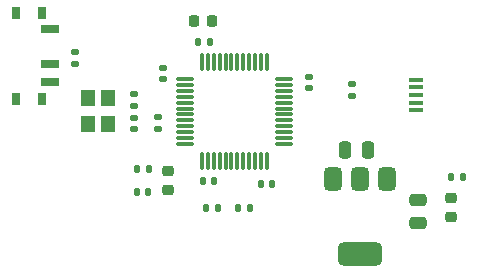
<source format=gbr>
%TF.GenerationSoftware,KiCad,Pcbnew,8.0.8*%
%TF.CreationDate,2025-02-20T15:14:10+05:30*%
%TF.ProjectId,Testing_1,54657374-696e-4675-9f31-2e6b69636164,rev?*%
%TF.SameCoordinates,Original*%
%TF.FileFunction,Paste,Top*%
%TF.FilePolarity,Positive*%
%FSLAX46Y46*%
G04 Gerber Fmt 4.6, Leading zero omitted, Abs format (unit mm)*
G04 Created by KiCad (PCBNEW 8.0.8) date 2025-02-20 15:14:10*
%MOMM*%
%LPD*%
G01*
G04 APERTURE LIST*
G04 Aperture macros list*
%AMRoundRect*
0 Rectangle with rounded corners*
0 $1 Rounding radius*
0 $2 $3 $4 $5 $6 $7 $8 $9 X,Y pos of 4 corners*
0 Add a 4 corners polygon primitive as box body*
4,1,4,$2,$3,$4,$5,$6,$7,$8,$9,$2,$3,0*
0 Add four circle primitives for the rounded corners*
1,1,$1+$1,$2,$3*
1,1,$1+$1,$4,$5*
1,1,$1+$1,$6,$7*
1,1,$1+$1,$8,$9*
0 Add four rect primitives between the rounded corners*
20,1,$1+$1,$2,$3,$4,$5,0*
20,1,$1+$1,$4,$5,$6,$7,0*
20,1,$1+$1,$6,$7,$8,$9,0*
20,1,$1+$1,$8,$9,$2,$3,0*%
G04 Aperture macros list end*
%ADD10R,0.800000X1.000000*%
%ADD11R,1.500000X0.700000*%
%ADD12R,1.200000X1.400000*%
%ADD13RoundRect,0.375000X-0.375000X0.625000X-0.375000X-0.625000X0.375000X-0.625000X0.375000X0.625000X0*%
%ADD14RoundRect,0.500000X-1.400000X0.500000X-1.400000X-0.500000X1.400000X-0.500000X1.400000X0.500000X0*%
%ADD15RoundRect,0.075000X-0.662500X-0.075000X0.662500X-0.075000X0.662500X0.075000X-0.662500X0.075000X0*%
%ADD16RoundRect,0.075000X-0.075000X-0.662500X0.075000X-0.662500X0.075000X0.662500X-0.075000X0.662500X0*%
%ADD17RoundRect,0.135000X-0.135000X-0.185000X0.135000X-0.185000X0.135000X0.185000X-0.135000X0.185000X0*%
%ADD18RoundRect,0.135000X0.135000X0.185000X-0.135000X0.185000X-0.135000X-0.185000X0.135000X-0.185000X0*%
%ADD19RoundRect,0.135000X-0.185000X0.135000X-0.185000X-0.135000X0.185000X-0.135000X0.185000X0.135000X0*%
%ADD20RoundRect,0.135000X0.185000X-0.135000X0.185000X0.135000X-0.185000X0.135000X-0.185000X-0.135000X0*%
%ADD21RoundRect,0.218750X-0.256250X0.218750X-0.256250X-0.218750X0.256250X-0.218750X0.256250X0.218750X0*%
%ADD22RoundRect,0.250000X0.475000X-0.250000X0.475000X0.250000X-0.475000X0.250000X-0.475000X-0.250000X0*%
%ADD23RoundRect,0.250000X-0.250000X-0.475000X0.250000X-0.475000X0.250000X0.475000X-0.250000X0.475000X0*%
%ADD24RoundRect,0.140000X0.170000X-0.140000X0.170000X0.140000X-0.170000X0.140000X-0.170000X-0.140000X0*%
%ADD25RoundRect,0.140000X-0.140000X-0.170000X0.140000X-0.170000X0.140000X0.170000X-0.140000X0.170000X0*%
%ADD26RoundRect,0.140000X0.140000X0.170000X-0.140000X0.170000X-0.140000X-0.170000X0.140000X-0.170000X0*%
%ADD27RoundRect,0.225000X-0.225000X-0.250000X0.225000X-0.250000X0.225000X0.250000X-0.225000X0.250000X0*%
%ADD28RoundRect,0.140000X-0.170000X0.140000X-0.170000X-0.140000X0.170000X-0.140000X0.170000X0.140000X0*%
%ADD29R,1.300000X0.450000*%
G04 APERTURE END LIST*
D10*
%TO.C,SW1*%
X108730000Y-73120000D03*
X106520000Y-73120000D03*
X108730000Y-80420000D03*
X106520000Y-80420000D03*
D11*
X109380000Y-74520000D03*
X109380000Y-77520000D03*
X109380000Y-79020000D03*
%TD*%
D12*
%TO.C,Y1*%
X112590000Y-80380000D03*
X112590000Y-82580000D03*
X114290000Y-82580000D03*
X114290000Y-80380000D03*
%TD*%
D13*
%TO.C,U2*%
X137920000Y-87240000D03*
X135620000Y-87240000D03*
D14*
X135620000Y-93540000D03*
D13*
X133320000Y-87240000D03*
%TD*%
D15*
%TO.C,U1*%
X120837500Y-78750000D03*
X120837500Y-79250000D03*
X120837500Y-79750000D03*
X120837500Y-80250000D03*
X120837500Y-80750000D03*
X120837500Y-81250000D03*
X120837500Y-81750000D03*
X120837500Y-82250000D03*
X120837500Y-82750000D03*
X120837500Y-83250000D03*
X120837500Y-83750000D03*
X120837500Y-84250000D03*
D16*
X122250000Y-85662500D03*
X122750000Y-85662500D03*
X123250000Y-85662500D03*
X123750000Y-85662500D03*
X124250000Y-85662500D03*
X124750000Y-85662500D03*
X125250000Y-85662500D03*
X125750000Y-85662500D03*
X126250000Y-85662500D03*
X126750000Y-85662500D03*
X127250000Y-85662500D03*
X127750000Y-85662500D03*
D15*
X129162500Y-84250000D03*
X129162500Y-83750000D03*
X129162500Y-83250000D03*
X129162500Y-82750000D03*
X129162500Y-82250000D03*
X129162500Y-81750000D03*
X129162500Y-81250000D03*
X129162500Y-80750000D03*
X129162500Y-80250000D03*
X129162500Y-79750000D03*
X129162500Y-79250000D03*
X129162500Y-78750000D03*
D16*
X127750000Y-77337500D03*
X127250000Y-77337500D03*
X126750000Y-77337500D03*
X126250000Y-77337500D03*
X125750000Y-77337500D03*
X125250000Y-77337500D03*
X124750000Y-77337500D03*
X124250000Y-77337500D03*
X123750000Y-77337500D03*
X123250000Y-77337500D03*
X122750000Y-77337500D03*
X122250000Y-77337500D03*
%TD*%
D17*
%TO.C,R6*%
X125300000Y-89680000D03*
X126320000Y-89680000D03*
%TD*%
D18*
%TO.C,R5*%
X123640000Y-89660000D03*
X122620000Y-89660000D03*
%TD*%
D17*
%TO.C,R3*%
X143310000Y-87080000D03*
X144330000Y-87080000D03*
%TD*%
D19*
%TO.C,R2*%
X134920000Y-79150000D03*
X134920000Y-80170000D03*
%TD*%
D20*
%TO.C,R1*%
X111530000Y-77510000D03*
X111530000Y-76490000D03*
%TD*%
D21*
%TO.C,FB1*%
X119410000Y-86552500D03*
X119410000Y-88127500D03*
%TD*%
%TO.C,D1*%
X143330000Y-88822500D03*
X143330000Y-90397500D03*
%TD*%
D22*
%TO.C,C13*%
X140590000Y-90910000D03*
X140590000Y-89010000D03*
%TD*%
D23*
%TO.C,C12*%
X134400000Y-84740000D03*
X136300000Y-84740000D03*
%TD*%
D24*
%TO.C,C11*%
X116500000Y-83020000D03*
X116500000Y-82060000D03*
%TD*%
%TO.C,C10*%
X116500000Y-81000000D03*
X116500000Y-80040000D03*
%TD*%
D25*
%TO.C,C9*%
X122320000Y-87370000D03*
X123280000Y-87370000D03*
%TD*%
D26*
%TO.C,C8*%
X117710000Y-88340000D03*
X116750000Y-88340000D03*
%TD*%
%TO.C,C7*%
X117740000Y-86370000D03*
X116780000Y-86370000D03*
%TD*%
D24*
%TO.C,C6*%
X118500000Y-82960000D03*
X118500000Y-82000000D03*
%TD*%
D27*
%TO.C,C5*%
X121575000Y-73840000D03*
X123125000Y-73840000D03*
%TD*%
D24*
%TO.C,C4*%
X118960000Y-78760000D03*
X118960000Y-77800000D03*
%TD*%
D26*
%TO.C,C3*%
X128220000Y-87680000D03*
X127260000Y-87680000D03*
%TD*%
D28*
%TO.C,C2*%
X131320000Y-79550000D03*
X131320000Y-78590000D03*
%TD*%
D29*
%TO.C,J1*%
X140360000Y-78800000D03*
X140360000Y-79450000D03*
X140360000Y-80100000D03*
X140360000Y-80750000D03*
X140360000Y-81400000D03*
%TD*%
D25*
%TO.C,C1*%
X122910000Y-75590000D03*
X121950000Y-75590000D03*
%TD*%
M02*

</source>
